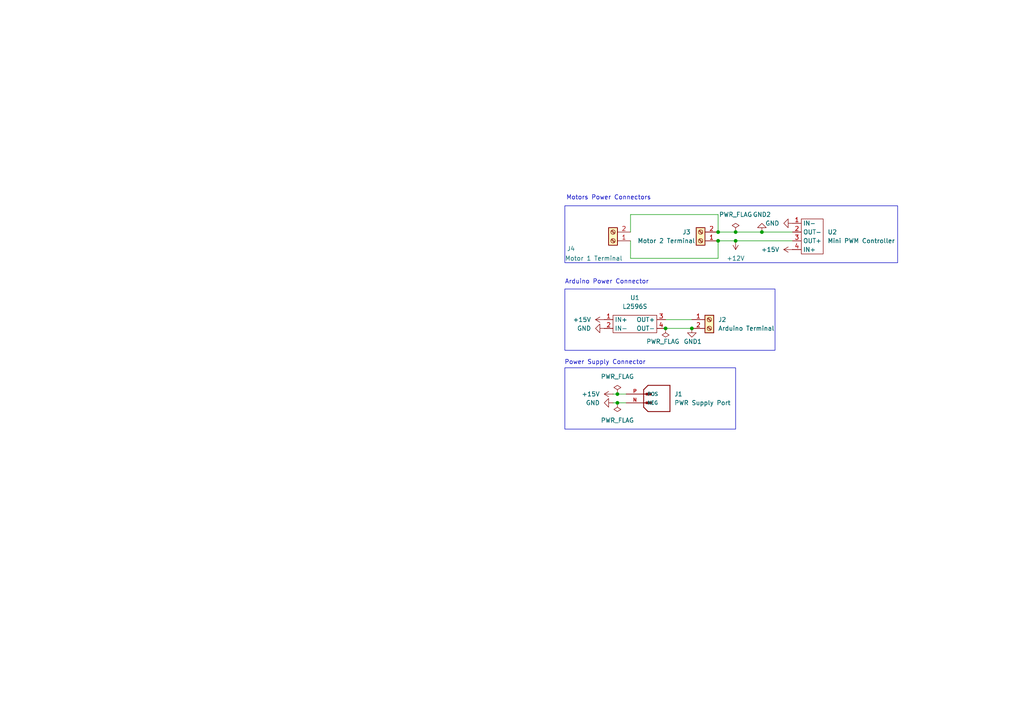
<source format=kicad_sch>
(kicad_sch (version 20231120) (generator "eeschema") (generator_version "8.0")
  (paper "A4")
  (lib_symbols
    (symbol "Connector:Screw_Terminal_01x02" (pin_names (offset 1.016) hide)
      (property "Reference" "J" (at 0 2.54 0))
      (property "Value" "Screw_Terminal_01x02" (at 0 -5.08 0))
      (symbol "Screw_Terminal_01x02_1_1"
        (rectangle (start -1.27 1.27) (end 1.27 -3.81) (stroke (width 0.254)) (fill (type background)))
        (circle (center 0 -2.54) (radius 0.635) (stroke (width 0.1524)))
        (polyline (pts (xy -0.5334 -2.2098) (xy 0.3302 -3.048)) (stroke (width 0.1524)))
        (polyline (pts (xy -0.5334 0.3302) (xy 0.3302 -0.508)) (stroke (width 0.1524)))
        (polyline (pts (xy -0.3556 -2.032) (xy 0.508 -2.8702)) (stroke (width 0.1524)))
        (polyline (pts (xy -0.3556 0.508) (xy 0.508 -0.3302)) (stroke (width 0.1524)))
        (circle (center 0 0) (radius 0.635) (stroke (width 0.1524)))
        (pin passive line (at -5.08 0 0) (length 3.81) (name "Pin_1") (number "1"))
        (pin passive line (at -5.08 -2.54 0) (length 3.81) (name "Pin_2") (number "2"))
      )
    )
    (symbol "Connectors_Custom:XT60-M" (pin_names (offset 1.016))
      (property "Reference" "J" (at 0 6.35 0))
      (property "Value" "XT60-M" (at 0 -5.08 0))
      (symbol "XT60-M_0_0"
        (polyline (pts (xy 0 -1.27) (xy 1.27 -2.54)) (stroke (width 0.254)))
        (polyline (pts (xy 0 0) (xy 1.905 0)) (stroke (width 0.254)))
        (polyline (pts (xy 0 2.54) (xy 0 -1.27)) (stroke (width 0.254)))
        (polyline (pts (xy 0 2.54) (xy 1.905 2.54)) (stroke (width 0.254)))
        (polyline (pts (xy 0 3.81) (xy 0 2.54)) (stroke (width 0.254)))
        (polyline (pts (xy 0 3.81) (xy 1.27 5.08)) (stroke (width 0.254)))
        (polyline (pts (xy 1.27 -2.54) (xy 7.62 -2.54)) (stroke (width 0.254)))
        (polyline (pts (xy 7.62 -2.54) (xy 7.62 5.08)) (stroke (width 0.254)))
        (polyline (pts (xy 7.62 5.08) (xy 1.27 5.08)) (stroke (width 0.254)))
        (rectangle (start 0.635 -0.3175) (end 2.2225 0.3175) (stroke (width 0.1)) (fill (type outline)))
        (rectangle (start 0.635 2.2225) (end 2.2225 2.8575) (stroke (width 0.1)) (fill (type outline)))
        (pin passive line (at -5.08 0 0) (length 5.08) (name "NEG") (number "N"))
        (pin passive line (at -5.08 2.54 0) (length 5.08) (name "POS") (number "P"))
      )
    )
    (symbol "DCDC_Converters_Custom:L2596S"
      (property "Reference" "U?" (at 1.524 8.382 0))
      (property "Value" "L2596S" (at 3.81 6.604 0))
      (symbol "L2596S_0_1"
        (rectangle (start 0 5.08) (end 12.7 0))
      )
      (symbol "L2596S_1_1"
        (pin power_in line (at -2.54 3.81 0) (length 2.54) (name "IN+") (number "1"))
        (pin power_in line (at -2.54 1.27 0) (length 2.54) (name "IN-") (number "2"))
        (pin power_out line (at 15.24 3.81 180) (length 2.54) (name "OUT+") (number "3"))
        (pin power_in line (at 15.24 1.27 180) (length 2.54) (name "OUT-") (number "4"))
      )
    )
    (symbol "DCDC_Converters_Custom:Mini_PWM_Controller"
      (property "Reference" "U" (at 0.508 7.62 0))
      (property "Value" "Mini PWM Controller" (at 0 0 0))
      (symbol "Mini_PWM_Controller_0_1"
        (rectangle (start 0 6.35) (end 6.35 -3.81))
      )
      (symbol "Mini_PWM_Controller_1_1"
        (pin power_in line (at -2.54 5.08 0) (length 2.54) (name "IN-") (number "1"))
        (pin power_in line (at -2.54 2.54 0) (length 2.54) (name "OUT-") (number "2"))
        (pin power_out line (at -2.54 0 0) (length 2.54) (name "OUT+") (number "3"))
        (pin power_in line (at -2.54 -2.54 0) (length 2.54) (name "IN+") (number "4"))
      )
    )
    (symbol "power:+12V" (power) (pin_numbers hide) (pin_names (offset 0) hide)
      (property "Value" "+12V" (at 0 3.556 0))
      (symbol "+12V_0_1"
        (polyline (pts (xy -0.762 1.27) (xy 0 2.54)))
        (polyline (pts (xy 0 0) (xy 0 2.54)))
        (polyline (pts (xy 0 2.54) (xy 0.762 1.27)))
      )
      (symbol "+12V_1_1"
        (pin power_in line (at 0 0 90) (length 0) (name "~") (number "1"))
      )
    )
    (symbol "power:+15V" (power) (pin_numbers hide) (pin_names (offset 0) hide)
      (property "Value" "+15V" (at 0 3.556 0))
      (symbol "+15V_0_1"
        (polyline (pts (xy -0.762 1.27) (xy 0 2.54)))
        (polyline (pts (xy 0 0) (xy 0 2.54)))
        (polyline (pts (xy 0 2.54) (xy 0.762 1.27)))
      )
      (symbol "+15V_1_1"
        (pin power_in line (at 0 0 90) (length 0) (name "~") (number "1"))
      )
    )
    (symbol "power:GND" (power) (pin_numbers hide) (pin_names (offset 0) hide)
      (property "Value" "GND" (at 0 -3.81 0))
      (symbol "GND_0_1"
        (polyline (pts (xy 0 0) (xy 0 -1.27) (xy 1.27 -1.27) (xy 0 -2.54) (xy -1.27 -1.27) (xy 0 -1.27)))
      )
      (symbol "GND_1_1"
        (pin power_in line (at 0 0 270) (length 0) (name "~") (number "1"))
      )
    )
    (symbol "power:GND1" (power) (pin_numbers hide) (pin_names (offset 0) hide)
      (property "Value" "GND1" (at 0 -3.81 0))
      (symbol "GND1_0_1"
        (polyline (pts (xy 0 0) (xy 0 -1.27) (xy 1.27 -1.27) (xy 0 -2.54) (xy -1.27 -1.27) (xy 0 -1.27)))
      )
      (symbol "GND1_1_1"
        (pin power_in line (at 0 0 270) (length 0) (name "~") (number "1"))
      )
    )
    (symbol "power:GND2" (power) (pin_numbers hide) (pin_names (offset 0) hide)
      (property "Value" "GND2" (at 0 -3.81 0))
      (symbol "GND2_0_1"
        (polyline (pts (xy 0 0) (xy 0 -1.27) (xy 1.27 -1.27) (xy 0 -2.54) (xy -1.27 -1.27) (xy 0 -1.27)))
      )
      (symbol "GND2_1_1"
        (pin power_in line (at 0 0 270) (length 0) (name "~") (number "1"))
      )
    )
    (symbol "power:PWR_FLAG" (power) (pin_numbers hide) (pin_names (offset 0) hide)
      (property "Value" "PWR_FLAG" (at 0 3.81 0))
      (symbol "PWR_FLAG_0_0"
        (pin power_out line (at 0 0 90) (length 0) (name "~") (number "1"))
      )
      (symbol "PWR_FLAG_0_1"
        (polyline (pts (xy 0 0) (xy 0 1.27) (xy -1.016 1.905) (xy 0 2.54) (xy 1.016 1.905) (xy 0 1.27)))
      )
    )
  )
  (junction (at 200.66 95.25))
  (junction (at 208.28 69.85))
  (junction (at 220.98 67.31))
  (junction (at 208.28 67.31))
  (junction (at 179.07 116.84))
  (junction (at 213.36 67.31))
  (junction (at 193.04 95.25))
  (junction (at 213.36 69.85))
  (junction (at 179.07 114.3))
  (wire (pts (xy 229.87 67.31) (xy 220.98 67.31)))
  (wire (pts (xy 208.28 62.23) (xy 182.88 62.23)))
  (wire (pts (xy 213.36 67.31) (xy 208.28 67.31)))
  (wire (pts (xy 177.8 114.3) (xy 179.07 114.3)))
  (wire (pts (xy 179.07 114.3) (xy 181.61 114.3)))
  (wire (pts (xy 182.88 74.93) (xy 182.88 69.85)))
  (wire (pts (xy 177.8 116.84) (xy 179.07 116.84)))
  (wire (pts (xy 193.04 92.71) (xy 200.66 92.71)))
  (wire (pts (xy 213.36 67.31) (xy 220.98 67.31)))
  (wire (pts (xy 182.88 62.23) (xy 182.88 67.31)))
  (wire (pts (xy 208.28 74.93) (xy 182.88 74.93)))
  (wire (pts (xy 208.28 69.85) (xy 208.28 74.93)))
  (wire (pts (xy 208.28 69.85) (xy 213.36 69.85)))
  (wire (pts (xy 213.36 69.85) (xy 229.87 69.85)))
  (wire (pts (xy 179.07 116.84) (xy 181.61 116.84)))
  (wire (pts (xy 193.04 95.25) (xy 200.66 95.25)))
  (wire (pts (xy 208.28 67.31) (xy 208.28 62.23)))
  (rectangle (start 163.83 83.82) (end 224.79 101.6))
  (rectangle (start 163.83 106.68) (end 213.36 124.46))
  (rectangle (start 163.83 59.69) (end 260.35 76.2))
  (text "Motors Power Connectors" (at 176.53 57.404 0) (effects (font (size 1.27 1.27))))
  (text "Arduino Power Connector" (at 176.022 81.788 0) (effects (font (size 1.27 1.27))))
  (text "Power Supply Connector" (at 175.514 105.156 0) (effects (font (size 1.27 1.27))))
  (symbol (lib_id "power:+15V") (at 175.26 92.71 90) (unit 1)
    (property "Reference" "#PWR04" (effects (hide yes)))
    (property "Value" "+15V" (at 171.45 92.7099 90) (effects (justify left)))
    (property "Description" "Power symbol creates a global label with name \"+15V\"" (effects (hide yes)))
  )
  (symbol (lib_id "Connector:Screw_Terminal_01x02") (at 205.74 92.71 0) (unit 1)
    (property "Reference" "J2" (at 208.28 92.7099 0) (effects (justify left)))
    (property "Value" "Arduino Terminal" (at 208.28 95.2499 0) (effects (justify left)))
    (property "Footprint" "TerminalBlock:TerminalBlock_Altech_AK300-2_P5.00mm" (effects (hide yes)))
    (property "Description" "Generic screw terminal, single row, 01x02, script generated (kicad-library-utils/schlib/autogen/connector/)" (effects (hide yes)))
  )
  (symbol (lib_id "DCDC_Converters_Custom:Mini_PWM_Controller") (at 232.41 69.85 0) (unit 1)
    (property "Reference" "U2" (at 240.03 67.3099 0) (effects (justify left)))
    (property "Value" "Mini PWM Controller" (at 240.03 69.8499 0) (effects (justify left)))
    (property "Footprint" "Converters_DCDC_Custom:Mini_PWM_Controller" (effects (hide yes)))
  )
  (symbol (lib_id "DCDC_Converters_Custom:L2596S") (at 177.8 96.52 0) (unit 1)
    (property "Reference" "U1" (at 184.15 86.36 0))
    (property "Value" "L2596S" (at 184.15 88.9 0))
    (property "Footprint" "Converters_DCDC_Custom:L2596S" (effects (hide yes)))
  )
  (symbol (lib_id "power:GND") (at 177.8 116.84 270) (unit 1)
    (property "Reference" "#PWR01" (effects (hide yes)))
    (property "Value" "GND" (at 173.99 116.8399 90) (effects (justify right)))
    (property "Description" "Power symbol creates a global label with name \"GND\" , ground" (effects (hide yes)))
  )
  (symbol (lib_id "power:GND") (at 229.87 64.77 270) (unit 1)
    (property "Reference" "#PWR05" (effects (hide yes)))
    (property "Value" "GND" (at 226.06 64.7699 90) (effects (justify right)))
    (property "Description" "Power symbol creates a global label with name \"GND\" , ground" (effects (hide yes)))
  )
  (symbol (lib_id "power:PWR_FLAG") (at 213.36 67.31 0) (unit 1)
    (property "Reference" "#FLG04" (effects (hide yes)))
    (property "Value" "PWR_FLAG" (at 213.36 62.23 0))
    (property "Description" "Special symbol for telling ERC where power comes from" (effects (hide yes)))
  )
  (symbol (lib_id "power:GND2") (at 220.98 67.31 180) (unit 1)
    (property "Reference" "#PWR08" (effects (hide yes)))
    (property "Value" "GND2" (at 220.98 62.23 0))
    (property "Description" "Power symbol creates a global label with name \"GND2\" , ground" (effects (hide yes)))
  )
  (symbol (lib_id "power:+15V") (at 177.8 114.3 90) (unit 1)
    (property "Reference" "#PWR02" (effects (hide yes)))
    (property "Value" "+15V" (at 173.99 114.2999 90) (effects (justify left)))
    (property "Description" "Power symbol creates a global label with name \"+15V\"" (effects (hide yes)))
  )
  (symbol (lib_id "Connector:Screw_Terminal_01x02") (at 177.8 69.85 180) (unit 1)
    (property "Reference" "J4" (at 165.608 72.136 0))
    (property "Value" "Motor 1 Terminal" (at 172.212 74.93 0))
    (property "Footprint" "TerminalBlock:TerminalBlock_Altech_AK300-2_P5.00mm" (effects (hide yes)))
    (property "Description" "Generic screw terminal, single row, 01x02, script generated (kicad-library-utils/schlib/autogen/connector/)" (effects (hide yes)))
  )
  (symbol (lib_id "power:PWR_FLAG") (at 179.07 116.84 180) (unit 1)
    (property "Reference" "#FLG01" (effects (hide yes)))
    (property "Value" "PWR_FLAG" (at 179.07 121.92 0))
    (property "Description" "Special symbol for telling ERC where power comes from" (effects (hide yes)))
  )
  (symbol (lib_id "Connector:Screw_Terminal_01x02") (at 203.2 69.85 180) (unit 1)
    (property "Reference" "J3" (at 199.136 67.31 0))
    (property "Value" "Motor 2 Terminal" (at 193.294 69.85 0))
    (property "Footprint" "TerminalBlock:TerminalBlock_Altech_AK300-2_P5.00mm" (effects (hide yes)))
    (property "Description" "Generic screw terminal, single row, 01x02, script generated (kicad-library-utils/schlib/autogen/connector/)" (effects (hide yes)))
  )
  (symbol (lib_id "Connectors_Custom:XT60-M") (at 186.69 116.84 0) (unit 1)
    (property "Reference" "J1" (at 195.58 114.2999 0) (effects (justify left)))
    (property "Value" "PWR Supply Port" (at 195.58 116.8399 0) (effects (justify left)))
    (property "Footprint" "Connectors_Custom:AMASS_XT60-M" (effects (hide yes)))
    (property "MF" "AMASS" (effects (hide yes)))
    (property "MAXIMUM_PACKAGE_HEIGHT" "16.00 mm" (effects (hide yes)))
    (property "Package" "Package" (effects (hide yes)))
    (property "Price" "None" (effects (hide yes)))
    (property "Check_prices" "https://www.snapeda.com/parts/XT60-M/AMASS/view-part/?ref=eda" (effects (hide yes)))
    (property "STANDARD" "IPC 7351B" (effects (hide yes)))
    (property "PARTREV" "V1.2" (effects (hide yes)))
    (property "SnapEDA_Link" "https://www.snapeda.com/parts/XT60-M/AMASS/view-part/?ref=snap" (effects (hide yes)))
    (property "MP" "XT60-M" (effects (hide yes)))
    (property "Description_1" "\nPlug; DC supply; XT60; male; PIN: 2; for cable; soldered; 30A; 500V\n" (effects (hide yes)))
    (property "Availability" "Not in stock" (effects (hide yes)))
    (property "MANUFACTURER" "AMASS" (effects (hide yes)))
  )
  (symbol (lib_id "power:GND") (at 175.26 95.25 270) (unit 1)
    (property "Reference" "#PWR03" (effects (hide yes)))
    (property "Value" "GND" (at 171.45 95.2499 90) (effects (justify right)))
    (property "Description" "Power symbol creates a global label with name \"GND\" , ground" (effects (hide yes)))
  )
  (symbol (lib_id "power:+12V") (at 213.36 69.85 180) (unit 1)
    (property "Reference" "#PWR09" (effects (hide yes)))
    (property "Value" "+12V" (at 213.36 74.93 0))
    (property "Description" "Power symbol creates a global label with name \"+12V\"" (effects (hide yes)))
  )
  (symbol (lib_id "power:PWR_FLAG") (at 179.07 114.3 0) (unit 1)
    (property "Reference" "#FLG02" (effects (hide yes)))
    (property "Value" "PWR_FLAG" (at 179.07 109.22 0))
    (property "Description" "Special symbol for telling ERC where power comes from" (effects (hide yes)))
  )
  (symbol (lib_id "power:PWR_FLAG") (at 193.04 95.25 180) (unit 1)
    (property "Reference" "#FLG03" (effects (hide yes)))
    (property "Value" "PWR_FLAG" (at 192.278 99.06 0))
    (property "Description" "Special symbol for telling ERC where power comes from" (effects (hide yes)))
  )
  (symbol (lib_id "power:+15V") (at 229.87 72.39 90) (unit 1)
    (property "Reference" "#PWR07" (effects (hide yes)))
    (property "Value" "+15V" (at 226.06 72.3899 90) (effects (justify left)))
    (property "Description" "Power symbol creates a global label with name \"+15V\"" (effects (hide yes)))
  )
  (symbol (lib_id "power:GND1") (at 200.66 95.25 0) (unit 1)
    (property "Reference" "#PWR06" (effects (hide yes)))
    (property "Value" "GND1" (at 200.914 99.06 0))
    (property "Description" "Power symbol creates a global label with name \"GND1\" , ground" (effects (hide yes)))
  )
)
</source>
